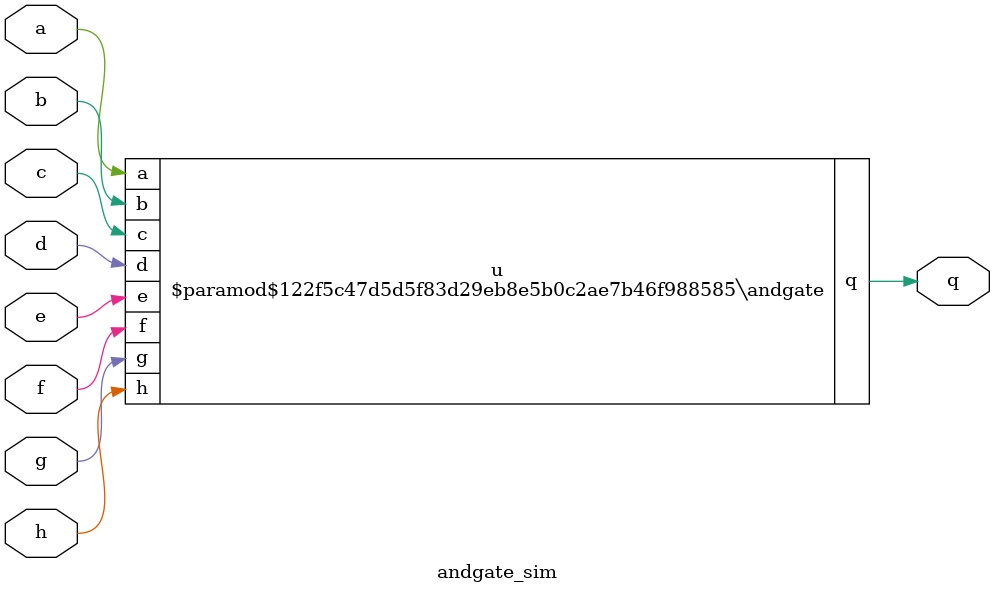
<source format=v>
`timescale 1ns/1ps

module andgate #(
    parameter Port_Num = 2, // 指定缺省的输入是2个输入端口
    parameter WIDTH = 8     // 指定数据宽度参数，缺省值是8
) (
    input [(WIDTH-1):0] a,
    input [(WIDTH-1):0] b,
    input [(WIDTH-1):0] c,
    input [(WIDTH-1):0] d,
    input [(WIDTH-1):0] e,
    input [(WIDTH-1):0] f,
    input [(WIDTH-1):0] g,
    input [(WIDTH-1):0] h,
    output [(WIDTH-1):0] q
);
    assign q = a & b & c & d & e & f & g & h;
endmodule

module andgate_sim(
    input a,
    input b,
    input c,
    input d,
    input e,
    input f,
    input g,
    input h,
    output q
);
    andgate #(8, 1) u(.a(a), .b(b), .c(c), .d(d),
        .e(e), .f(f), .g(g), .h(h), .q(q));
endmodule

</source>
